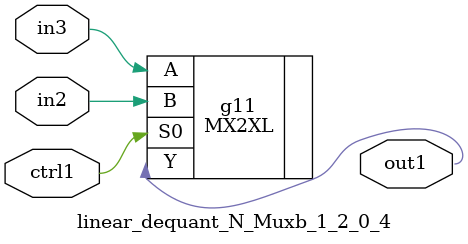
<source format=v>
`timescale 1ps / 1ps


module linear_dequant_N_Muxb_1_2_0_4(in3, in2, ctrl1, out1);
  input in3, in2, ctrl1;
  output out1;
  wire in3, in2, ctrl1;
  wire out1;
  MX2XL g11(.A (in3), .B (in2), .S0 (ctrl1), .Y (out1));
endmodule


</source>
